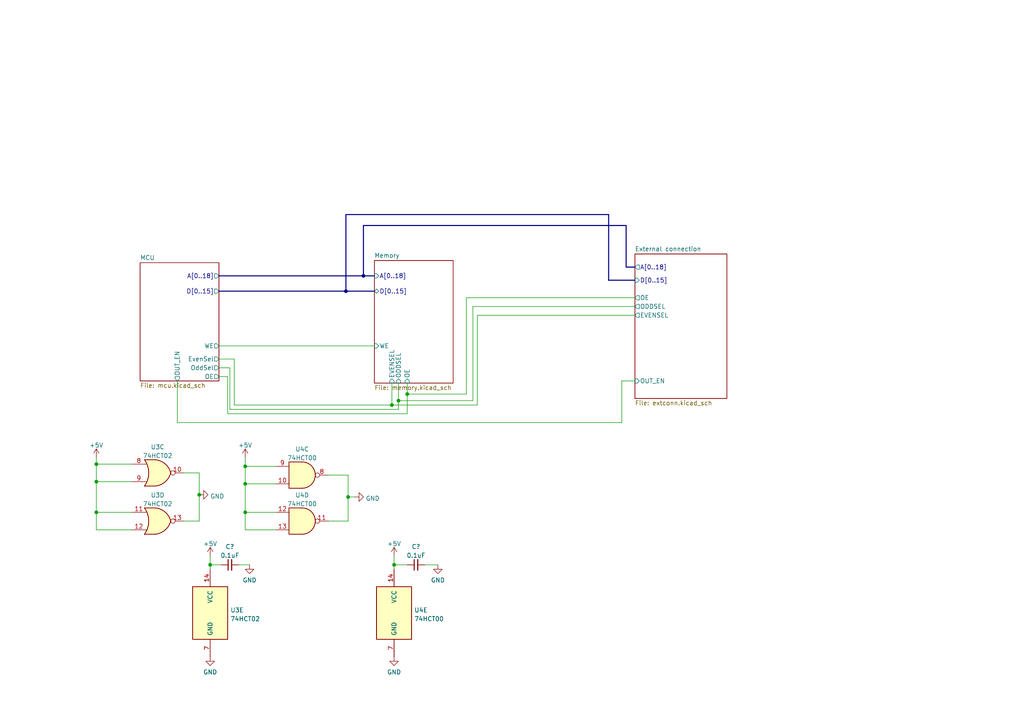
<source format=kicad_sch>
(kicad_sch (version 20211123) (generator eeschema)
  (paper "A4")
  (lib_symbols
    (symbol "74xx:74HCT00" (pin_names (offset 1.016))
      (property "Reference" "U" (at 0 1.27 0))
      (property "Value" "74HCT00" (at 0 -1.27 0))
      (symbol "74HCT00_1_1"
        (arc (start 0 -3.81) (mid 3.81 0) (end 0 3.81) (stroke (width 0.254)) (fill (type background)))
        (polyline (pts (xy 0 3.81) (xy -3.81 3.81) (xy -3.81 -3.81) (xy 0 -3.81)) (stroke (width 0.254)) (fill (type background)))
        (pin input line (at -7.62 2.54 0) (length 3.81) (name "~") (number "1"))
        (pin input line (at -7.62 -2.54 0) (length 3.81) (name "~") (number "2"))
        (pin output inverted (at 7.62 0 180) (length 3.81) (name "~") (number "3"))
      )
      (symbol "74HCT00_1_2"
        (arc (start -3.81 -3.81) (mid -2.589 0) (end -3.81 3.81) (stroke (width 0.254)))
        (arc (start -0.6096 -3.81) (mid 2.1842 -2.5851) (end 3.81 0) (stroke (width 0.254)) (fill (type background)))
        (polyline (pts (xy -3.81 -3.81) (xy -0.635 -3.81)) (stroke (width 0.254)) (fill (type background)))
        (polyline (pts (xy -3.81 3.81) (xy -0.635 3.81)) (stroke (width 0.254)) (fill (type background)))
        (polyline (pts (xy -0.635 3.81) (xy -3.81 3.81) (xy -3.81 3.81) (xy -3.556 3.4036) (xy -3.0226 2.2606) (xy -2.6924 1.0414) (xy -2.6162 -0.254) (xy -2.7686 -1.4986) (xy -3.175 -2.7178) (xy -3.81 -3.81) (xy -3.81 -3.81) (xy -0.635 -3.81)) (stroke (width -25.4)) (fill (type background)))
        (arc (start 3.81 0) (mid 2.1915 2.5936) (end -0.6096 3.81) (stroke (width 0.254)) (fill (type background)))
        (pin input inverted (at -7.62 2.54 0) (length 4.318) (name "~") (number "1"))
        (pin input inverted (at -7.62 -2.54 0) (length 4.318) (name "~") (number "2"))
        (pin output line (at 7.62 0 180) (length 3.81) (name "~") (number "3"))
      )
      (symbol "74HCT00_2_1"
        (arc (start 0 -3.81) (mid 3.81 0) (end 0 3.81) (stroke (width 0.254)) (fill (type background)))
        (polyline (pts (xy 0 3.81) (xy -3.81 3.81) (xy -3.81 -3.81) (xy 0 -3.81)) (stroke (width 0.254)) (fill (type background)))
        (pin input line (at -7.62 2.54 0) (length 3.81) (name "~") (number "4"))
        (pin input line (at -7.62 -2.54 0) (length 3.81) (name "~") (number "5"))
        (pin output inverted (at 7.62 0 180) (length 3.81) (name "~") (number "6"))
      )
      (symbol "74HCT00_2_2"
        (arc (start -3.81 -3.81) (mid -2.589 0) (end -3.81 3.81) (stroke (width 0.254)))
        (arc (start -0.6096 -3.81) (mid 2.1842 -2.5851) (end 3.81 0) (stroke (width 0.254)) (fill (type background)))
        (polyline (pts (xy -3.81 -3.81) (xy -0.635 -3.81)) (stroke (width 0.254)) (fill (type background)))
        (polyline (pts (xy -3.81 3.81) (xy -0.635 3.81)) (stroke (width 0.254)) (fill (type background)))
        (polyline (pts (xy -0.635 3.81) (xy -3.81 3.81) (xy -3.81 3.81) (xy -3.556 3.4036) (xy -3.0226 2.2606) (xy -2.6924 1.0414) (xy -2.6162 -0.254) (xy -2.7686 -1.4986) (xy -3.175 -2.7178) (xy -3.81 -3.81) (xy -3.81 -3.81) (xy -0.635 -3.81)) (stroke (width -25.4)) (fill (type background)))
        (arc (start 3.81 0) (mid 2.1915 2.5936) (end -0.6096 3.81) (stroke (width 0.254)) (fill (type background)))
        (pin input inverted (at -7.62 2.54 0) (length 4.318) (name "~") (number "4"))
        (pin input inverted (at -7.62 -2.54 0) (length 4.318) (name "~") (number "5"))
        (pin output line (at 7.62 0 180) (length 3.81) (name "~") (number "6"))
      )
      (symbol "74HCT00_3_1"
        (arc (start 0 -3.81) (mid 3.81 0) (end 0 3.81) (stroke (width 0.254)) (fill (type background)))
        (polyline (pts (xy 0 3.81) (xy -3.81 3.81) (xy -3.81 -3.81) (xy 0 -3.81)) (stroke (width 0.254)) (fill (type background)))
        (pin input line (at -7.62 -2.54 0) (length 3.81) (name "~") (number "10"))
        (pin output inverted (at 7.62 0 180) (length 3.81) (name "~") (number "8"))
        (pin input line (at -7.62 2.54 0) (length 3.81) (name "~") (number "9"))
      )
      (symbol "74HCT00_3_2"
        (arc (start -3.81 -3.81) (mid -2.589 0) (end -3.81 3.81) (stroke (width 0.254)))
        (arc (start -0.6096 -3.81) (mid 2.1842 -2.5851) (end 3.81 0) (stroke (width 0.254)) (fill (type background)))
        (polyline (pts (xy -3.81 -3.81) (xy -0.635 -3.81)) (stroke (width 0.254)) (fill (type background)))
        (polyline (pts (xy -3.81 3.81) (xy -0.635 3.81)) (stroke (width 0.254)) (fill (type background)))
        (polyline (pts (xy -0.635 3.81) (xy -3.81 3.81) (xy -3.81 3.81) (xy -3.556 3.4036) (xy -3.0226 2.2606) (xy -2.6924 1.0414) (xy -2.6162 -0.254) (xy -2.7686 -1.4986) (xy -3.175 -2.7178) (xy -3.81 -3.81) (xy -3.81 -3.81) (xy -0.635 -3.81)) (stroke (width -25.4)) (fill (type background)))
        (arc (start 3.81 0) (mid 2.1915 2.5936) (end -0.6096 3.81) (stroke (width 0.254)) (fill (type background)))
        (pin input inverted (at -7.62 -2.54 0) (length 4.318) (name "~") (number "10"))
        (pin output line (at 7.62 0 180) (length 3.81) (name "~") (number "8"))
        (pin input inverted (at -7.62 2.54 0) (length 4.318) (name "~") (number "9"))
      )
      (symbol "74HCT00_4_1"
        (arc (start 0 -3.81) (mid 3.81 0) (end 0 3.81) (stroke (width 0.254)) (fill (type background)))
        (polyline (pts (xy 0 3.81) (xy -3.81 3.81) (xy -3.81 -3.81) (xy 0 -3.81)) (stroke (width 0.254)) (fill (type background)))
        (pin output inverted (at 7.62 0 180) (length 3.81) (name "~") (number "11"))
        (pin input line (at -7.62 2.54 0) (length 3.81) (name "~") (number "12"))
        (pin input line (at -7.62 -2.54 0) (length 3.81) (name "~") (number "13"))
      )
      (symbol "74HCT00_4_2"
        (arc (start -3.81 -3.81) (mid -2.589 0) (end -3.81 3.81) (stroke (width 0.254)))
        (arc (start -0.6096 -3.81) (mid 2.1842 -2.5851) (end 3.81 0) (stroke (width 0.254)) (fill (type background)))
        (polyline (pts (xy -3.81 -3.81) (xy -0.635 -3.81)) (stroke (width 0.254)) (fill (type background)))
        (polyline (pts (xy -3.81 3.81) (xy -0.635 3.81)) (stroke (width 0.254)) (fill (type background)))
        (polyline (pts (xy -0.635 3.81) (xy -3.81 3.81) (xy -3.81 3.81) (xy -3.556 3.4036) (xy -3.0226 2.2606) (xy -2.6924 1.0414) (xy -2.6162 -0.254) (xy -2.7686 -1.4986) (xy -3.175 -2.7178) (xy -3.81 -3.81) (xy -3.81 -3.81) (xy -0.635 -3.81)) (stroke (width -25.4)) (fill (type background)))
        (arc (start 3.81 0) (mid 2.1915 2.5936) (end -0.6096 3.81) (stroke (width 0.254)) (fill (type background)))
        (pin output line (at 7.62 0 180) (length 3.81) (name "~") (number "11"))
        (pin input inverted (at -7.62 2.54 0) (length 4.318) (name "~") (number "12"))
        (pin input inverted (at -7.62 -2.54 0) (length 4.318) (name "~") (number "13"))
      )
      (symbol "74HCT00_5_0"
        (pin power_in line (at 0 12.7 270) (length 5.08) (name "VCC") (number "14"))
        (pin power_in line (at 0 -12.7 90) (length 5.08) (name "GND") (number "7"))
      )
      (symbol "74HCT00_5_1"
        (rectangle (start -5.08 7.62) (end 5.08 -7.62) (stroke (width 0.254)) (fill (type background)))
      )
    )
    (symbol "74xx:74HCT02" (pin_names (offset 1.016))
      (property "Reference" "U" (at 0 1.27 0))
      (property "Value" "74HCT02" (at 0 -1.27 0))
      (symbol "74HCT02_1_1"
        (arc (start -3.81 -3.81) (mid -2.589 0) (end -3.81 3.81) (stroke (width 0.254)))
        (arc (start -0.6096 -3.81) (mid 2.1842 -2.5851) (end 3.81 0) (stroke (width 0.254)) (fill (type background)))
        (polyline (pts (xy -3.81 -3.81) (xy -0.635 -3.81)) (stroke (width 0.254)) (fill (type background)))
        (polyline (pts (xy -3.81 3.81) (xy -0.635 3.81)) (stroke (width 0.254)) (fill (type background)))
        (polyline (pts (xy -0.635 3.81) (xy -3.81 3.81) (xy -3.81 3.81) (xy -3.556 3.4036) (xy -3.0226 2.2606) (xy -2.6924 1.0414) (xy -2.6162 -0.254) (xy -2.7686 -1.4986) (xy -3.175 -2.7178) (xy -3.81 -3.81) (xy -3.81 -3.81) (xy -0.635 -3.81)) (stroke (width -25.4)) (fill (type background)))
        (arc (start 3.81 0) (mid 2.1915 2.5936) (end -0.6096 3.81) (stroke (width 0.254)) (fill (type background)))
        (pin output inverted (at 7.62 0 180) (length 3.81) (name "~") (number "1"))
        (pin input line (at -7.62 2.54 0) (length 4.318) (name "~") (number "2"))
        (pin input line (at -7.62 -2.54 0) (length 4.318) (name "~") (number "3"))
      )
      (symbol "74HCT02_1_2"
        (arc (start 0 -3.81) (mid 3.81 0) (end 0 3.81) (stroke (width 0.254)) (fill (type background)))
        (polyline (pts (xy 0 3.81) (xy -3.81 3.81) (xy -3.81 -3.81) (xy 0 -3.81)) (stroke (width 0.254)) (fill (type background)))
        (pin output line (at 7.62 0 180) (length 3.81) (name "~") (number "1"))
        (pin input inverted (at -7.62 2.54 0) (length 3.81) (name "~") (number "2"))
        (pin input inverted (at -7.62 -2.54 0) (length 3.81) (name "~") (number "3"))
      )
      (symbol "74HCT02_2_1"
        (arc (start -3.81 -3.81) (mid -2.589 0) (end -3.81 3.81) (stroke (width 0.254)))
        (arc (start -0.6096 -3.81) (mid 2.1842 -2.5851) (end 3.81 0) (stroke (width 0.254)) (fill (type background)))
        (polyline (pts (xy -3.81 -3.81) (xy -0.635 -3.81)) (stroke (width 0.254)) (fill (type background)))
        (polyline (pts (xy -3.81 3.81) (xy -0.635 3.81)) (stroke (width 0.254)) (fill (type background)))
        (polyline (pts (xy -0.635 3.81) (xy -3.81 3.81) (xy -3.81 3.81) (xy -3.556 3.4036) (xy -3.0226 2.2606) (xy -2.6924 1.0414) (xy -2.6162 -0.254) (xy -2.7686 -1.4986) (xy -3.175 -2.7178) (xy -3.81 -3.81) (xy -3.81 -3.81) (xy -0.635 -3.81)) (stroke (width -25.4)) (fill (type background)))
        (arc (start 3.81 0) (mid 2.1915 2.5936) (end -0.6096 3.81) (stroke (width 0.254)) (fill (type background)))
        (pin output inverted (at 7.62 0 180) (length 3.81) (name "~") (number "4"))
        (pin input line (at -7.62 2.54 0) (length 4.318) (name "~") (number "5"))
        (pin input line (at -7.62 -2.54 0) (length 4.318) (name "~") (number "6"))
      )
      (symbol "74HCT02_2_2"
        (arc (start 0 -3.81) (mid 3.81 0) (end 0 3.81) (stroke (width 0.254)) (fill (type background)))
        (polyline (pts (xy 0 3.81) (xy -3.81 3.81) (xy -3.81 -3.81) (xy 0 -3.81)) (stroke (width 0.254)) (fill (type background)))
        (pin output line (at 7.62 0 180) (length 3.81) (name "~") (number "4"))
        (pin input inverted (at -7.62 2.54 0) (length 3.81) (name "~") (number "5"))
        (pin input inverted (at -7.62 -2.54 0) (length 3.81) (name "~") (number "6"))
      )
      (symbol "74HCT02_3_1"
        (arc (start -3.81 -3.81) (mid -2.589 0) (end -3.81 3.81) (stroke (width 0.254)))
        (arc (start -0.6096 -3.81) (mid 2.1842 -2.5851) (end 3.81 0) (stroke (width 0.254)) (fill (type background)))
        (polyline (pts (xy -3.81 -3.81) (xy -0.635 -3.81)) (stroke (width 0.254)) (fill (type background)))
        (polyline (pts (xy -3.81 3.81) (xy -0.635 3.81)) (stroke (width 0.254)) (fill (type background)))
        (polyline (pts (xy -0.635 3.81) (xy -3.81 3.81) (xy -3.81 3.81) (xy -3.556 3.4036) (xy -3.0226 2.2606) (xy -2.6924 1.0414) (xy -2.6162 -0.254) (xy -2.7686 -1.4986) (xy -3.175 -2.7178) (xy -3.81 -3.81) (xy -3.81 -3.81) (xy -0.635 -3.81)) (stroke (width -25.4)) (fill (type background)))
        (arc (start 3.81 0) (mid 2.1915 2.5936) (end -0.6096 3.81) (stroke (width 0.254)) (fill (type background)))
        (pin output inverted (at 7.62 0 180) (length 3.81) (name "~") (number "10"))
        (pin input line (at -7.62 2.54 0) (length 4.318) (name "~") (number "8"))
        (pin input line (at -7.62 -2.54 0) (length 4.318) (name "~") (number "9"))
      )
      (symbol "74HCT02_3_2"
        (arc (start 0 -3.81) (mid 3.81 0) (end 0 3.81) (stroke (width 0.254)) (fill (type background)))
        (polyline (pts (xy 0 3.81) (xy -3.81 3.81) (xy -3.81 -3.81) (xy 0 -3.81)) (stroke (width 0.254)) (fill (type background)))
        (pin output line (at 7.62 0 180) (length 3.81) (name "~") (number "10"))
        (pin input inverted (at -7.62 2.54 0) (length 3.81) (name "~") (number "8"))
        (pin input inverted (at -7.62 -2.54 0) (length 3.81) (name "~") (number "9"))
      )
      (symbol "74HCT02_4_1"
        (arc (start -3.81 -3.81) (mid -2.589 0) (end -3.81 3.81) (stroke (width 0.254)))
        (arc (start -0.6096 -3.81) (mid 2.1842 -2.5851) (end 3.81 0) (stroke (width 0.254)) (fill (type background)))
        (polyline (pts (xy -3.81 -3.81) (xy -0.635 -3.81)) (stroke (width 0.254)) (fill (type background)))
        (polyline (pts (xy -3.81 3.81) (xy -0.635 3.81)) (stroke (width 0.254)) (fill (type background)))
        (polyline (pts (xy -0.635 3.81) (xy -3.81 3.81) (xy -3.81 3.81) (xy -3.556 3.4036) (xy -3.0226 2.2606) (xy -2.6924 1.0414) (xy -2.6162 -0.254) (xy -2.7686 -1.4986) (xy -3.175 -2.7178) (xy -3.81 -3.81) (xy -3.81 -3.81) (xy -0.635 -3.81)) (stroke (width -25.4)) (fill (type background)))
        (arc (start 3.81 0) (mid 2.1915 2.5936) (end -0.6096 3.81) (stroke (width 0.254)) (fill (type background)))
        (pin input line (at -7.62 2.54 0) (length 4.318) (name "~") (number "11"))
        (pin input line (at -7.62 -2.54 0) (length 4.318) (name "~") (number "12"))
        (pin output inverted (at 7.62 0 180) (length 3.81) (name "~") (number "13"))
      )
      (symbol "74HCT02_4_2"
        (arc (start 0 -3.81) (mid 3.81 0) (end 0 3.81) (stroke (width 0.254)) (fill (type background)))
        (polyline (pts (xy 0 3.81) (xy -3.81 3.81) (xy -3.81 -3.81) (xy 0 -3.81)) (stroke (width 0.254)) (fill (type background)))
        (pin input inverted (at -7.62 2.54 0) (length 3.81) (name "~") (number "11"))
        (pin input inverted (at -7.62 -2.54 0) (length 3.81) (name "~") (number "12"))
        (pin output line (at 7.62 0 180) (length 3.81) (name "~") (number "13"))
      )
      (symbol "74HCT02_5_0"
        (pin power_in line (at 0 12.7 270) (length 5.08) (name "VCC") (number "14"))
        (pin power_in line (at 0 -12.7 90) (length 5.08) (name "GND") (number "7"))
      )
      (symbol "74HCT02_5_1"
        (rectangle (start -5.08 7.62) (end 5.08 -7.62) (stroke (width 0.254)) (fill (type background)))
      )
    )
    (symbol "Device:C_Small" (pin_numbers hide) (pin_names (offset 0.254) hide)
      (property "Reference" "C" (at 0.254 1.778 0))
      (property "Value" "C_Small" (at 0.254 -2.032 0))
      (symbol "C_Small_0_1"
        (polyline (pts (xy -1.524 -0.508) (xy 1.524 -0.508)) (stroke (width 0.3302)))
        (polyline (pts (xy -1.524 0.508) (xy 1.524 0.508)) (stroke (width 0.3048)))
      )
      (symbol "C_Small_1_1"
        (pin passive line (at 0 2.54 270) (length 2.032) (name "~") (number "1"))
        (pin passive line (at 0 -2.54 90) (length 2.032) (name "~") (number "2"))
      )
    )
    (symbol "power:+5V" (power) (pin_names (offset 0))
      (property "Value" "+5V" (at 0 3.556 0))
      (symbol "+5V_0_1"
        (polyline (pts (xy -0.762 1.27) (xy 0 2.54)))
        (polyline (pts (xy 0 0) (xy 0 2.54)))
        (polyline (pts (xy 0 2.54) (xy 0.762 1.27)))
      )
      (symbol "+5V_1_1"
        (pin power_in line (at 0 0 90) (length 0) hide (name "+5V") (number "1"))
      )
    )
    (symbol "power:GND" (power) (pin_names (offset 0))
      (property "Value" "GND" (at 0 -3.81 0))
      (symbol "GND_0_1"
        (polyline (pts (xy 0 0) (xy 0 -1.27) (xy 1.27 -1.27) (xy 0 -2.54) (xy -1.27 -1.27) (xy 0 -1.27)))
      )
      (symbol "GND_1_1"
        (pin power_in line (at 0 0 270) (length 0) hide (name "GND") (number "1"))
      )
    )
  )
  (junction (at 114.3 163.83))
  (junction (at 71.12 140.335))
  (junction (at 115.57 116.205))
  (junction (at 71.12 148.59))
  (junction (at 27.94 148.59))
  (junction (at 105.41 80.01))
  (junction (at 71.12 135.255))
  (junction (at 113.665 117.475))
  (junction (at 57.785 143.51))
  (junction (at 118.11 114.3))
  (junction (at 27.94 139.7))
  (junction (at 27.94 134.62))
  (junction (at 60.96 163.83))
  (junction (at 100.33 84.455))
  (junction (at 100.965 144.145))
  (wire (pts (xy 100.965 144.145) (xy 102.87 144.145)))
  (bus (pts (xy 181.61 77.47) (xy 181.61 65.405)))
  (wire (pts (xy 63.5 106.68) (xy 66.675 106.68)))
  (wire (pts (xy 71.12 140.335) (xy 80.01 140.335)))
  (bus (pts (xy 181.61 65.405) (xy 105.41 65.405)))
  (wire (pts (xy 71.12 135.255) (xy 80.01 135.255)))
  (bus (pts (xy 105.41 65.405) (xy 105.41 80.01)))
  (wire (pts (xy 184.15 88.9) (xy 137.16 88.9)))
  (wire (pts (xy 180.34 110.49) (xy 184.15 110.49)))
  (wire (pts (xy 67.945 117.475) (xy 113.665 117.475)))
  (wire (pts (xy 95.25 137.795) (xy 100.965 137.795)))
  (wire (pts (xy 71.12 135.255) (xy 71.12 140.335)))
  (wire (pts (xy 66.675 118.745) (xy 115.57 118.745)))
  (wire (pts (xy 51.435 122.555) (xy 180.34 122.555)))
  (wire (pts (xy 27.94 148.59) (xy 27.94 153.67)))
  (wire (pts (xy 180.34 122.555) (xy 180.34 110.49)))
  (wire (pts (xy 118.11 120.015) (xy 118.11 114.3)))
  (bus (pts (xy 100.33 84.455) (xy 108.585 84.455)))
  (bus (pts (xy 176.53 62.23) (xy 100.33 62.23)))
  (wire (pts (xy 69.215 163.83) (xy 72.39 163.83)))
  (wire (pts (xy 66.04 109.22) (xy 66.04 120.015)))
  (wire (pts (xy 114.3 161.29) (xy 114.3 163.83)))
  (wire (pts (xy 100.965 151.13) (xy 95.25 151.13)))
  (wire (pts (xy 66.04 120.015) (xy 118.11 120.015)))
  (wire (pts (xy 71.12 132.715) (xy 71.12 135.255)))
  (wire (pts (xy 60.96 163.83) (xy 60.96 165.1)))
  (bus (pts (xy 63.5 80.01) (xy 105.41 80.01)))
  (wire (pts (xy 27.94 139.7) (xy 27.94 148.59)))
  (wire (pts (xy 138.43 91.44) (xy 184.15 91.44)))
  (wire (pts (xy 71.12 148.59) (xy 71.12 153.67)))
  (wire (pts (xy 115.57 118.745) (xy 115.57 116.205)))
  (bus (pts (xy 100.33 62.23) (xy 100.33 84.455)))
  (bus (pts (xy 176.53 81.28) (xy 176.53 62.23)))
  (wire (pts (xy 27.94 132.715) (xy 27.94 134.62)))
  (wire (pts (xy 71.12 148.59) (xy 80.01 148.59)))
  (wire (pts (xy 135.255 86.36) (xy 135.255 114.3)))
  (wire (pts (xy 57.785 137.16) (xy 57.785 143.51)))
  (wire (pts (xy 27.94 134.62) (xy 38.1 134.62)))
  (wire (pts (xy 51.435 110.49) (xy 51.435 122.555)))
  (wire (pts (xy 57.785 143.51) (xy 57.785 151.13)))
  (wire (pts (xy 53.34 137.16) (xy 57.785 137.16)))
  (wire (pts (xy 67.945 104.14) (xy 67.945 117.475)))
  (wire (pts (xy 60.96 163.83) (xy 64.135 163.83)))
  (wire (pts (xy 100.965 144.145) (xy 100.965 151.13)))
  (wire (pts (xy 27.94 134.62) (xy 27.94 139.7)))
  (wire (pts (xy 63.5 109.22) (xy 66.04 109.22)))
  (wire (pts (xy 71.12 153.67) (xy 80.01 153.67)))
  (wire (pts (xy 63.5 104.14) (xy 67.945 104.14)))
  (wire (pts (xy 113.665 117.475) (xy 138.43 117.475)))
  (wire (pts (xy 135.255 114.3) (xy 118.11 114.3)))
  (wire (pts (xy 113.665 117.475) (xy 113.665 111.125)))
  (wire (pts (xy 66.675 106.68) (xy 66.675 118.745)))
  (wire (pts (xy 184.15 86.36) (xy 135.255 86.36)))
  (bus (pts (xy 105.41 80.01) (xy 108.585 80.01)))
  (bus (pts (xy 184.15 81.28) (xy 176.53 81.28)))
  (wire (pts (xy 114.3 163.83) (xy 118.11 163.83)))
  (wire (pts (xy 137.16 88.9) (xy 137.16 116.205)))
  (wire (pts (xy 100.965 137.795) (xy 100.965 144.145)))
  (bus (pts (xy 184.15 77.47) (xy 181.61 77.47)))
  (wire (pts (xy 115.57 116.205) (xy 115.57 111.125)))
  (wire (pts (xy 114.3 163.83) (xy 114.3 165.1)))
  (wire (pts (xy 123.19 163.83) (xy 127 163.83)))
  (wire (pts (xy 27.94 139.7) (xy 38.1 139.7)))
  (wire (pts (xy 71.12 140.335) (xy 71.12 148.59)))
  (wire (pts (xy 137.16 116.205) (xy 115.57 116.205)))
  (wire (pts (xy 63.5 100.33) (xy 108.585 100.33)))
  (wire (pts (xy 53.34 151.13) (xy 57.785 151.13)))
  (wire (pts (xy 27.94 148.59) (xy 38.1 148.59)))
  (wire (pts (xy 138.43 91.44) (xy 138.43 117.475)))
  (wire (pts (xy 118.11 114.3) (xy 118.11 111.125)))
  (wire (pts (xy 60.96 161.29) (xy 60.96 163.83)))
  (wire (pts (xy 27.94 153.67) (xy 38.1 153.67)))
  (bus (pts (xy 63.5 84.455) (xy 100.33 84.455)))
  (symbol (lib_id "Device:C_Small") (at 66.675 163.83 90) (unit 1)
    (property "Reference" "C?" (at 66.6813 158.5681 90))
    (property "Value" "0.1uF" (at 66.6813 161.105 90))
    (property "Footprint" "Capacitor_SMD:C_1206_3216Metric_Pad1.33x1.80mm_HandSolder" (effects hide))
  )
  (symbol (lib_id "Device:C_Small") (at 120.65 163.83 90) (unit 1)
    (property "Reference" "C?" (at 120.6563 158.5681 90))
    (property "Value" "0.1uF" (at 120.6563 161.105 90))
    (property "Footprint" "Capacitor_SMD:C_1206_3216Metric_Pad1.33x1.80mm_HandSolder" (effects hide))
  )
  (symbol (lib_id "74xx:74HCT02") (at 45.72 137.16 0) (unit 3)
    (property "Reference" "U3" (at 45.72 129.6502 0))
    (property "Value" "74HCT02" (at 45.72 132.1871 0))
    (property "Footprint" "Package_SO:SOIC-14_3.9x8.7mm_P1.27mm" (effects hide))
    (property "Datasheet" "http://www.ti.com/lit/gpn/sn74hct02" (effects hide))
  )
  (symbol (lib_id "power:GND") (at 72.39 163.83 0) (unit 1)
    (property "Reference" "#PWR?" (effects hide))
    (property "Value" "GND" (at 72.39 168.2734 0))
  )
  (symbol (lib_id "74xx:74HCT02") (at 60.96 177.8 0) (unit 5)
    (property "Reference" "U3" (at 66.802 176.9653 0) (effects (justify left)))
    (property "Value" "74HCT02" (at 66.802 179.5022 0) (effects (justify left)))
    (property "Footprint" "Package_SO:SOIC-14_3.9x8.7mm_P1.27mm" (effects hide))
    (property "Datasheet" "http://www.ti.com/lit/gpn/sn74hct02" (effects hide))
  )
  (symbol (lib_id "74xx:74HCT00") (at 114.3 177.8 0) (unit 5)
    (property "Reference" "U4" (at 120.142 176.9653 0) (effects (justify left)))
    (property "Value" "74HCT00" (at 120.142 179.5022 0) (effects (justify left)))
    (property "Footprint" "Package_SO:SOIC-14_3.9x8.7mm_P1.27mm" (effects hide))
    (property "Datasheet" "http://www.ti.com/lit/gpn/sn74hct00" (effects hide))
  )
  (symbol (lib_id "power:+5V") (at 114.3 161.29 0) (unit 1)
    (property "Reference" "#PWR?" (effects hide))
    (property "Value" "+5V" (at 114.3 157.7142 0))
  )
  (symbol (lib_id "74xx:74HCT00") (at 87.63 151.13 0) (unit 4)
    (property "Reference" "U4" (at 87.63 143.6202 0))
    (property "Value" "74HCT00" (at 87.63 146.1571 0))
    (property "Footprint" "Package_SO:SOIC-14_3.9x8.7mm_P1.27mm" (effects hide))
    (property "Datasheet" "http://www.ti.com/lit/gpn/sn74hct00" (effects hide))
  )
  (symbol (lib_id "power:+5V") (at 27.94 132.715 0) (unit 1)
    (property "Reference" "#PWR?" (effects hide))
    (property "Value" "+5V" (at 27.94 129.1392 0))
  )
  (symbol (lib_id "power:GND") (at 60.96 190.5 0) (unit 1)
    (property "Reference" "#PWR?" (effects hide))
    (property "Value" "GND" (at 60.96 194.9434 0))
  )
  (symbol (lib_id "power:GND") (at 114.3 190.5 0) (unit 1)
    (property "Reference" "#PWR?" (effects hide))
    (property "Value" "GND" (at 114.3 194.9434 0))
  )
  (symbol (lib_id "power:+5V") (at 60.96 161.29 0) (unit 1)
    (property "Reference" "#PWR?" (effects hide))
    (property "Value" "+5V" (at 60.96 157.7142 0))
  )
  (symbol (lib_id "power:GND") (at 57.785 143.51 90) (unit 1)
    (property "Reference" "#PWR?" (effects hide))
    (property "Value" "GND" (at 60.96 143.9438 90) (effects (justify right)))
  )
  (symbol (lib_id "power:GND") (at 102.87 144.145 90) (unit 1)
    (property "Reference" "#PWR?" (effects hide))
    (property "Value" "GND" (at 106.045 144.5788 90) (effects (justify right)))
  )
  (symbol (lib_id "power:+5V") (at 71.12 132.715 0) (unit 1)
    (property "Reference" "#PWR?" (effects hide))
    (property "Value" "+5V" (at 71.12 129.1392 0))
  )
  (symbol (lib_id "74xx:74HCT02") (at 45.72 151.13 0) (unit 4)
    (property "Reference" "U3" (at 45.72 143.6202 0))
    (property "Value" "74HCT02" (at 45.72 146.1571 0))
    (property "Footprint" "Package_SO:SOIC-14_3.9x8.7mm_P1.27mm" (effects hide))
    (property "Datasheet" "http://www.ti.com/lit/gpn/sn74hct02" (effects hide))
  )
  (symbol (lib_id "74xx:74HCT00") (at 87.63 137.795 0) (unit 3)
    (property "Reference" "U4" (at 87.63 130.2852 0))
    (property "Value" "74HCT00" (at 87.63 132.8221 0))
    (property "Footprint" "Package_SO:SOIC-14_3.9x8.7mm_P1.27mm" (effects hide))
    (property "Datasheet" "http://www.ti.com/lit/gpn/sn74hct00" (effects hide))
  )
  (symbol (lib_id "power:GND") (at 127 163.83 0) (unit 1)
    (property "Reference" "#PWR?" (effects hide))
    (property "Value" "GND" (at 127 168.2734 0))
  )
  (sheet (at 108.585 75.565) (size 22.86 35.56) (stroke (width 0.1524))
    (property "Sheet name" "Memory" (at 108.585 74.8534 0) (effects (justify left bottom)))
    (property "Sheet file" "memory.kicad_sch" (at 108.585 111.7096 0) (effects (justify left top)))
    (pin "A[0..18]" input (at 108.585 80.01 180))
    (pin "WE" input (at 108.585 100.33 180))
    (pin "ODDSEL" input (at 115.57 111.125 270))
    (pin "OE" input (at 118.11 111.125 270))
    (pin "EVENSEL" input (at 113.665 111.125 270))
    (pin "D[0..15]" tri_state (at 108.585 84.455 180))
  )
  (sheet (at 40.64 76.2) (size 22.86 34.29) (stroke (width 0.1524))
    (property "Sheet name" "MCU" (at 40.64 75.4884 0) (effects (justify left bottom)))
    (property "Sheet file" "mcu.kicad_sch" (at 40.64 111.0746 0) (effects (justify left top)))
    (pin "OddSel" output (at 63.5 106.68 0))
    (pin "EvenSel" output (at 63.5 104.14 0))
    (pin "OE" output (at 63.5 109.22 0))
    (pin "WE" output (at 63.5 100.33 0))
    (pin "A[0..18]" output (at 63.5 80.01 0))
    (pin "D[0..15]" output (at 63.5 84.455 0))
    (pin "OUT_EN" output (at 51.435 110.49 270))
  )
  (sheet (at 184.15 73.66) (size 26.67 41.91) (stroke (width 0.1524))
    (property "Sheet name" "External connection" (at 184.15 72.9484 0) (effects (justify left bottom)))
    (property "Sheet file" "extconn.kicad_sch" (at 184.15 116.1546 0) (effects (justify left top)))
    (pin "A[0..18]" output (at 184.15 77.47 180))
    (pin "OUT_EN" input (at 184.15 110.49 180))
    (pin "D[0..15]" input (at 184.15 81.28 180))
    (pin "OE" output (at 184.15 86.36 180))
    (pin "ODDSEL" output (at 184.15 88.9 180))
    (pin "EVENSEL" output (at 184.15 91.44 180))
  )
)
</source>
